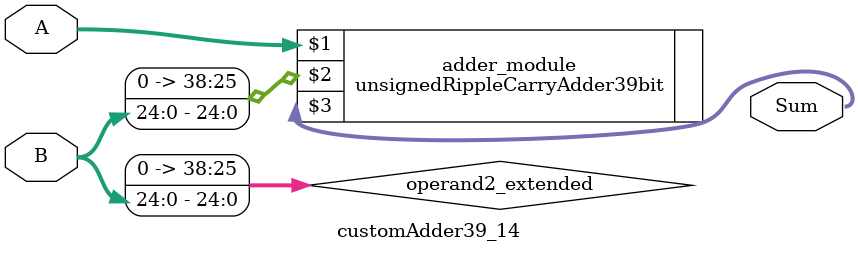
<source format=v>
module customAdder39_14(
                        input [38 : 0] A,
                        input [24 : 0] B,
                        
                        output [39 : 0] Sum
                );

        wire [38 : 0] operand2_extended;
        
        assign operand2_extended =  {14'b0, B};
        
        unsignedRippleCarryAdder39bit adder_module(
            A,
            operand2_extended,
            Sum
        );
        
        endmodule
        
</source>
